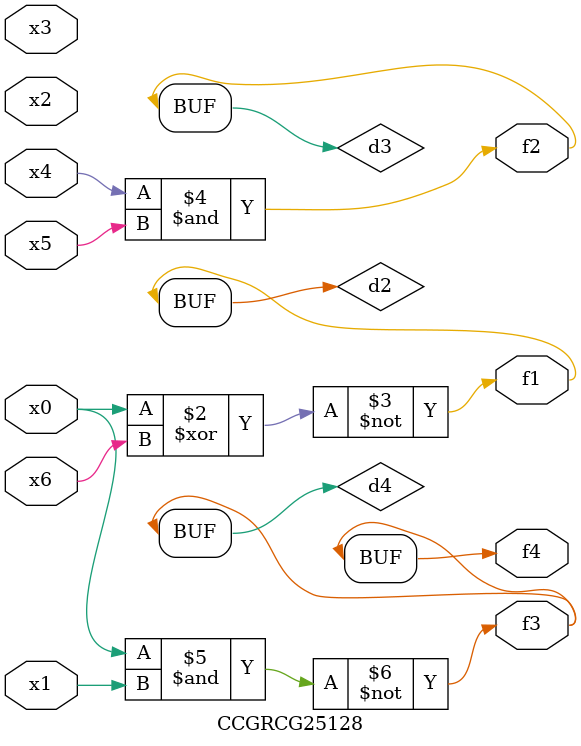
<source format=v>
module CCGRCG25128(
	input x0, x1, x2, x3, x4, x5, x6,
	output f1, f2, f3, f4
);

	wire d1, d2, d3, d4;

	nor (d1, x0);
	xnor (d2, x0, x6);
	and (d3, x4, x5);
	nand (d4, x0, x1);
	assign f1 = d2;
	assign f2 = d3;
	assign f3 = d4;
	assign f4 = d4;
endmodule

</source>
